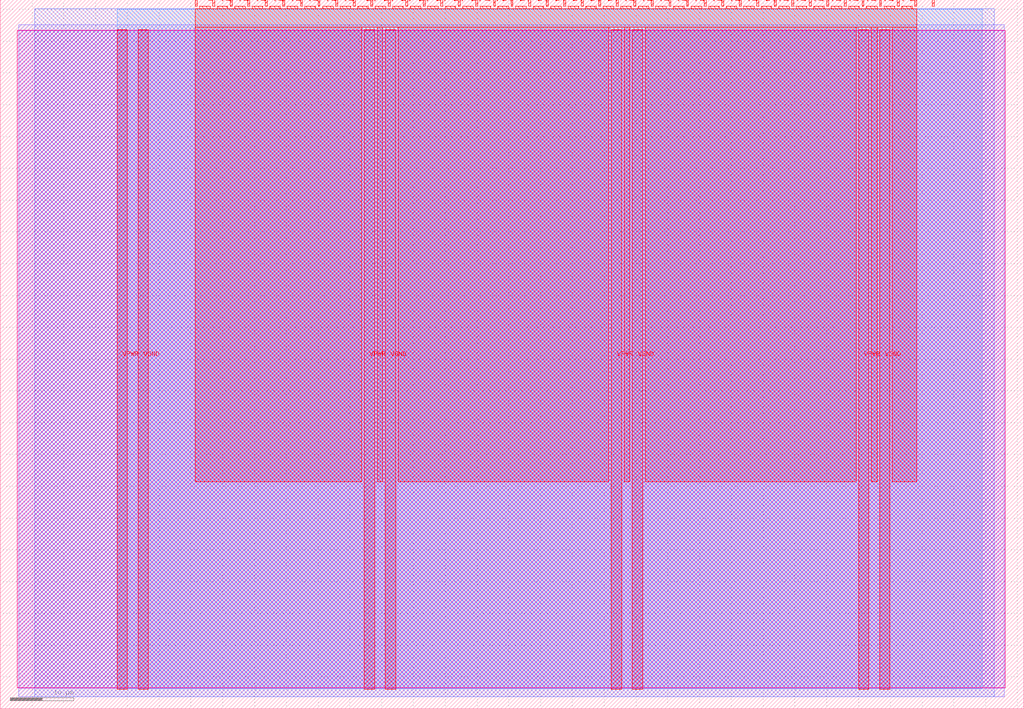
<source format=lef>
VERSION 5.7 ;
  NOWIREEXTENSIONATPIN ON ;
  DIVIDERCHAR "/" ;
  BUSBITCHARS "[]" ;
MACRO tt_um_MichaelBell_hs_mul
  CLASS BLOCK ;
  FOREIGN tt_um_MichaelBell_hs_mul ;
  ORIGIN 0.000 0.000 ;
  SIZE 161.000 BY 111.520 ;
  PIN VGND
    DIRECTION INOUT ;
    USE GROUND ;
    PORT
      LAYER met4 ;
        RECT 21.700 3.090 23.300 106.800 ;
    END
    PORT
      LAYER met4 ;
        RECT 60.570 3.090 62.170 106.800 ;
    END
    PORT
      LAYER met4 ;
        RECT 99.440 3.090 101.040 106.800 ;
    END
    PORT
      LAYER met4 ;
        RECT 138.310 3.090 139.910 106.800 ;
    END
  END VGND
  PIN VPWR
    DIRECTION INOUT ;
    USE POWER ;
    PORT
      LAYER met4 ;
        RECT 18.400 3.090 20.000 106.800 ;
    END
    PORT
      LAYER met4 ;
        RECT 57.270 3.090 58.870 106.800 ;
    END
    PORT
      LAYER met4 ;
        RECT 96.140 3.090 97.740 106.800 ;
    END
    PORT
      LAYER met4 ;
        RECT 135.010 3.090 136.610 106.800 ;
    END
  END VPWR
  PIN clk
    DIRECTION INPUT ;
    USE SIGNAL ;
    ANTENNAGATEAREA 0.924000 ;
    PORT
      LAYER met4 ;
        RECT 143.830 110.520 144.130 111.520 ;
    END
  END clk
  PIN ena
    DIRECTION INPUT ;
    USE SIGNAL ;
    PORT
      LAYER met4 ;
        RECT 146.590 110.520 146.890 111.520 ;
    END
  END ena
  PIN rst_n
    DIRECTION INPUT ;
    USE SIGNAL ;
    ANTENNAGATEAREA 0.208500 ;
    PORT
      LAYER met4 ;
        RECT 141.070 110.520 141.370 111.520 ;
    END
  END rst_n
  PIN ui_in[0]
    DIRECTION INPUT ;
    USE SIGNAL ;
    ANTENNAGATEAREA 0.231000 ;
    PORT
      LAYER met4 ;
        RECT 138.310 110.520 138.610 111.520 ;
    END
  END ui_in[0]
  PIN ui_in[1]
    DIRECTION INPUT ;
    USE SIGNAL ;
    ANTENNAGATEAREA 0.231000 ;
    PORT
      LAYER met4 ;
        RECT 135.550 110.520 135.850 111.520 ;
    END
  END ui_in[1]
  PIN ui_in[2]
    DIRECTION INPUT ;
    USE SIGNAL ;
    ANTENNAGATEAREA 0.246000 ;
    PORT
      LAYER met4 ;
        RECT 132.790 110.520 133.090 111.520 ;
    END
  END ui_in[2]
  PIN ui_in[3]
    DIRECTION INPUT ;
    USE SIGNAL ;
    ANTENNAGATEAREA 0.246000 ;
    PORT
      LAYER met4 ;
        RECT 130.030 110.520 130.330 111.520 ;
    END
  END ui_in[3]
  PIN ui_in[4]
    DIRECTION INPUT ;
    USE SIGNAL ;
    ANTENNAGATEAREA 0.208500 ;
    PORT
      LAYER met4 ;
        RECT 127.270 110.520 127.570 111.520 ;
    END
  END ui_in[4]
  PIN ui_in[5]
    DIRECTION INPUT ;
    USE SIGNAL ;
    ANTENNAGATEAREA 0.231000 ;
    PORT
      LAYER met4 ;
        RECT 124.510 110.520 124.810 111.520 ;
    END
  END ui_in[5]
  PIN ui_in[6]
    DIRECTION INPUT ;
    USE SIGNAL ;
    ANTENNAGATEAREA 0.231000 ;
    PORT
      LAYER met4 ;
        RECT 121.750 110.520 122.050 111.520 ;
    END
  END ui_in[6]
  PIN ui_in[7]
    DIRECTION INPUT ;
    USE SIGNAL ;
    ANTENNAGATEAREA 0.208500 ;
    PORT
      LAYER met4 ;
        RECT 118.990 110.520 119.290 111.520 ;
    END
  END ui_in[7]
  PIN uio_in[0]
    DIRECTION INPUT ;
    USE SIGNAL ;
    PORT
      LAYER met4 ;
        RECT 116.230 110.520 116.530 111.520 ;
    END
  END uio_in[0]
  PIN uio_in[1]
    DIRECTION INPUT ;
    USE SIGNAL ;
    PORT
      LAYER met4 ;
        RECT 113.470 110.520 113.770 111.520 ;
    END
  END uio_in[1]
  PIN uio_in[2]
    DIRECTION INPUT ;
    USE SIGNAL ;
    PORT
      LAYER met4 ;
        RECT 110.710 110.520 111.010 111.520 ;
    END
  END uio_in[2]
  PIN uio_in[3]
    DIRECTION INPUT ;
    USE SIGNAL ;
    PORT
      LAYER met4 ;
        RECT 107.950 110.520 108.250 111.520 ;
    END
  END uio_in[3]
  PIN uio_in[4]
    DIRECTION INPUT ;
    USE SIGNAL ;
    PORT
      LAYER met4 ;
        RECT 105.190 110.520 105.490 111.520 ;
    END
  END uio_in[4]
  PIN uio_in[5]
    DIRECTION INPUT ;
    USE SIGNAL ;
    PORT
      LAYER met4 ;
        RECT 102.430 110.520 102.730 111.520 ;
    END
  END uio_in[5]
  PIN uio_in[6]
    DIRECTION INPUT ;
    USE SIGNAL ;
    PORT
      LAYER met4 ;
        RECT 99.670 110.520 99.970 111.520 ;
    END
  END uio_in[6]
  PIN uio_in[7]
    DIRECTION INPUT ;
    USE SIGNAL ;
    PORT
      LAYER met4 ;
        RECT 96.910 110.520 97.210 111.520 ;
    END
  END uio_in[7]
  PIN uio_oe[0]
    DIRECTION OUTPUT ;
    USE SIGNAL ;
    ANTENNADIFFAREA 0.924000 ;
    PORT
      LAYER met4 ;
        RECT 49.990 110.520 50.290 111.520 ;
    END
  END uio_oe[0]
  PIN uio_oe[1]
    DIRECTION OUTPUT ;
    USE SIGNAL ;
    ANTENNADIFFAREA 0.924000 ;
    PORT
      LAYER met4 ;
        RECT 47.230 110.520 47.530 111.520 ;
    END
  END uio_oe[1]
  PIN uio_oe[2]
    DIRECTION OUTPUT ;
    USE SIGNAL ;
    ANTENNADIFFAREA 0.924000 ;
    PORT
      LAYER met4 ;
        RECT 44.470 110.520 44.770 111.520 ;
    END
  END uio_oe[2]
  PIN uio_oe[3]
    DIRECTION OUTPUT ;
    USE SIGNAL ;
    ANTENNADIFFAREA 0.924000 ;
    PORT
      LAYER met4 ;
        RECT 41.710 110.520 42.010 111.520 ;
    END
  END uio_oe[3]
  PIN uio_oe[4]
    DIRECTION OUTPUT ;
    USE SIGNAL ;
    ANTENNADIFFAREA 0.924000 ;
    PORT
      LAYER met4 ;
        RECT 38.950 110.520 39.250 111.520 ;
    END
  END uio_oe[4]
  PIN uio_oe[5]
    DIRECTION OUTPUT ;
    USE SIGNAL ;
    ANTENNADIFFAREA 0.924000 ;
    PORT
      LAYER met4 ;
        RECT 36.190 110.520 36.490 111.520 ;
    END
  END uio_oe[5]
  PIN uio_oe[6]
    DIRECTION OUTPUT ;
    USE SIGNAL ;
    ANTENNADIFFAREA 0.924000 ;
    PORT
      LAYER met4 ;
        RECT 33.430 110.520 33.730 111.520 ;
    END
  END uio_oe[6]
  PIN uio_oe[7]
    DIRECTION OUTPUT ;
    USE SIGNAL ;
    ANTENNAGATEAREA 1.617000 ;
    ANTENNADIFFAREA 1.149300 ;
    PORT
      LAYER met4 ;
        RECT 30.670 110.520 30.970 111.520 ;
    END
  END uio_oe[7]
  PIN uio_out[0]
    DIRECTION OUTPUT ;
    USE SIGNAL ;
    ANTENNADIFFAREA 1.086400 ;
    PORT
      LAYER met4 ;
        RECT 72.070 110.520 72.370 111.520 ;
    END
  END uio_out[0]
  PIN uio_out[1]
    DIRECTION OUTPUT ;
    USE SIGNAL ;
    ANTENNADIFFAREA 1.086400 ;
    PORT
      LAYER met4 ;
        RECT 69.310 110.520 69.610 111.520 ;
    END
  END uio_out[1]
  PIN uio_out[2]
    DIRECTION OUTPUT ;
    USE SIGNAL ;
    ANTENNADIFFAREA 1.086400 ;
    PORT
      LAYER met4 ;
        RECT 66.550 110.520 66.850 111.520 ;
    END
  END uio_out[2]
  PIN uio_out[3]
    DIRECTION OUTPUT ;
    USE SIGNAL ;
    ANTENNADIFFAREA 1.086400 ;
    PORT
      LAYER met4 ;
        RECT 63.790 110.520 64.090 111.520 ;
    END
  END uio_out[3]
  PIN uio_out[4]
    DIRECTION OUTPUT ;
    USE SIGNAL ;
    ANTENNADIFFAREA 1.345400 ;
    PORT
      LAYER met4 ;
        RECT 61.030 110.520 61.330 111.520 ;
    END
  END uio_out[4]
  PIN uio_out[5]
    DIRECTION OUTPUT ;
    USE SIGNAL ;
    ANTENNADIFFAREA 1.345400 ;
    PORT
      LAYER met4 ;
        RECT 58.270 110.520 58.570 111.520 ;
    END
  END uio_out[5]
  PIN uio_out[6]
    DIRECTION OUTPUT ;
    USE SIGNAL ;
    ANTENNADIFFAREA 1.086400 ;
    PORT
      LAYER met4 ;
        RECT 55.510 110.520 55.810 111.520 ;
    END
  END uio_out[6]
  PIN uio_out[7]
    DIRECTION OUTPUT ;
    USE SIGNAL ;
    ANTENNADIFFAREA 1.086400 ;
    PORT
      LAYER met4 ;
        RECT 52.750 110.520 53.050 111.520 ;
    END
  END uio_out[7]
  PIN uo_out[0]
    DIRECTION OUTPUT ;
    USE SIGNAL ;
    ANTENNADIFFAREA 1.235700 ;
    PORT
      LAYER met4 ;
        RECT 94.150 110.520 94.450 111.520 ;
    END
  END uo_out[0]
  PIN uo_out[1]
    DIRECTION OUTPUT ;
    USE SIGNAL ;
    ANTENNADIFFAREA 1.086400 ;
    PORT
      LAYER met4 ;
        RECT 91.390 110.520 91.690 111.520 ;
    END
  END uo_out[1]
  PIN uo_out[2]
    DIRECTION OUTPUT ;
    USE SIGNAL ;
    ANTENNADIFFAREA 1.235700 ;
    PORT
      LAYER met4 ;
        RECT 88.630 110.520 88.930 111.520 ;
    END
  END uo_out[2]
  PIN uo_out[3]
    DIRECTION OUTPUT ;
    USE SIGNAL ;
    ANTENNADIFFAREA 1.086400 ;
    PORT
      LAYER met4 ;
        RECT 85.870 110.520 86.170 111.520 ;
    END
  END uo_out[3]
  PIN uo_out[4]
    DIRECTION OUTPUT ;
    USE SIGNAL ;
    ANTENNADIFFAREA 1.086400 ;
    PORT
      LAYER met4 ;
        RECT 83.110 110.520 83.410 111.520 ;
    END
  END uo_out[4]
  PIN uo_out[5]
    DIRECTION OUTPUT ;
    USE SIGNAL ;
    ANTENNADIFFAREA 1.093800 ;
    PORT
      LAYER met4 ;
        RECT 80.350 110.520 80.650 111.520 ;
    END
  END uo_out[5]
  PIN uo_out[6]
    DIRECTION OUTPUT ;
    USE SIGNAL ;
    ANTENNADIFFAREA 1.086400 ;
    PORT
      LAYER met4 ;
        RECT 77.590 110.520 77.890 111.520 ;
    END
  END uo_out[6]
  PIN uo_out[7]
    DIRECTION OUTPUT ;
    USE SIGNAL ;
    ANTENNADIFFAREA 1.086400 ;
    PORT
      LAYER met4 ;
        RECT 74.830 110.520 75.130 111.520 ;
    END
  END uo_out[7]
  OBS
      LAYER nwell ;
        RECT 2.690 3.330 158.110 106.750 ;
      LAYER li1 ;
        RECT 2.880 3.245 157.920 106.645 ;
      LAYER met1 ;
        RECT 2.880 1.905 157.920 107.615 ;
      LAYER met2 ;
        RECT 5.390 1.875 156.370 110.075 ;
      LAYER met3 ;
        RECT 18.410 3.165 154.485 110.055 ;
      LAYER met4 ;
        RECT 31.370 110.120 33.030 110.520 ;
        RECT 34.130 110.120 35.790 110.520 ;
        RECT 36.890 110.120 38.550 110.520 ;
        RECT 39.650 110.120 41.310 110.520 ;
        RECT 42.410 110.120 44.070 110.520 ;
        RECT 45.170 110.120 46.830 110.520 ;
        RECT 47.930 110.120 49.590 110.520 ;
        RECT 50.690 110.120 52.350 110.520 ;
        RECT 53.450 110.120 55.110 110.520 ;
        RECT 56.210 110.120 57.870 110.520 ;
        RECT 58.970 110.120 60.630 110.520 ;
        RECT 61.730 110.120 63.390 110.520 ;
        RECT 64.490 110.120 66.150 110.520 ;
        RECT 67.250 110.120 68.910 110.520 ;
        RECT 70.010 110.120 71.670 110.520 ;
        RECT 72.770 110.120 74.430 110.520 ;
        RECT 75.530 110.120 77.190 110.520 ;
        RECT 78.290 110.120 79.950 110.520 ;
        RECT 81.050 110.120 82.710 110.520 ;
        RECT 83.810 110.120 85.470 110.520 ;
        RECT 86.570 110.120 88.230 110.520 ;
        RECT 89.330 110.120 90.990 110.520 ;
        RECT 92.090 110.120 93.750 110.520 ;
        RECT 94.850 110.120 96.510 110.520 ;
        RECT 97.610 110.120 99.270 110.520 ;
        RECT 100.370 110.120 102.030 110.520 ;
        RECT 103.130 110.120 104.790 110.520 ;
        RECT 105.890 110.120 107.550 110.520 ;
        RECT 108.650 110.120 110.310 110.520 ;
        RECT 111.410 110.120 113.070 110.520 ;
        RECT 114.170 110.120 115.830 110.520 ;
        RECT 116.930 110.120 118.590 110.520 ;
        RECT 119.690 110.120 121.350 110.520 ;
        RECT 122.450 110.120 124.110 110.520 ;
        RECT 125.210 110.120 126.870 110.520 ;
        RECT 127.970 110.120 129.630 110.520 ;
        RECT 130.730 110.120 132.390 110.520 ;
        RECT 133.490 110.120 135.150 110.520 ;
        RECT 136.250 110.120 137.910 110.520 ;
        RECT 139.010 110.120 140.670 110.520 ;
        RECT 141.770 110.120 143.430 110.520 ;
        RECT 30.655 107.200 144.130 110.120 ;
        RECT 30.655 35.725 56.870 107.200 ;
        RECT 59.270 35.725 60.170 107.200 ;
        RECT 62.570 35.725 95.740 107.200 ;
        RECT 98.140 35.725 99.040 107.200 ;
        RECT 101.440 35.725 134.610 107.200 ;
        RECT 137.010 35.725 137.910 107.200 ;
        RECT 140.310 35.725 144.130 107.200 ;
  END
END tt_um_MichaelBell_hs_mul
END LIBRARY


</source>
